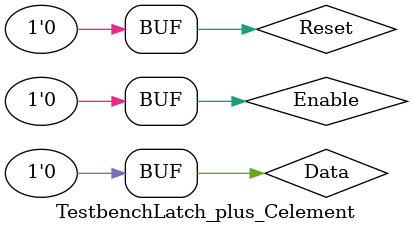
<source format=v>
`timescale 1ns / 1ps


module TestbenchLatch_plus_Celement(

    );
     reg Enable,Reset,Data;
     wire Q1,Q2;
     LatchVerilog Latch_1 (Enable, Reset, Data, Q1);
     latchDir Latch_2(Q1, ~Enable, Reset, Q2);
     
     initial begin
        
        Reset=1;
        Enable=0;
        Data=0;
        #100
        Reset=0;
        Enable=1;
        Data=1;
        #1
        Enable=0;
        Data=0;
     
     end
     
endmodule

</source>
